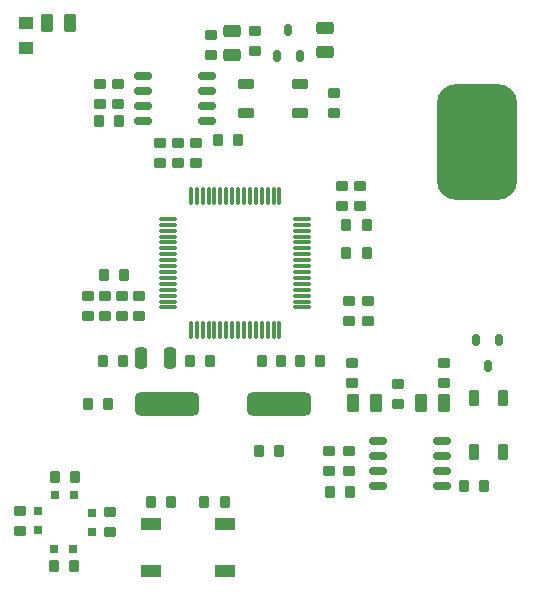
<source format=gtp>
G04*
G04 #@! TF.GenerationSoftware,Altium Limited,Altium Designer,20.2.5 (213)*
G04*
G04 Layer_Color=8421504*
%FSLAX25Y25*%
%MOIN*%
G70*
G04*
G04 #@! TF.SameCoordinates,36CD812C-5D22-435A-9ACA-62E3915E2B62*
G04*
G04*
G04 #@! TF.FilePolarity,Positive*
G04*
G01*
G75*
G04:AMPARAMS|DCode=15|XSize=39.37mil|YSize=35.43mil|CornerRadius=8.86mil|HoleSize=0mil|Usage=FLASHONLY|Rotation=90.000|XOffset=0mil|YOffset=0mil|HoleType=Round|Shape=RoundedRectangle|*
%AMROUNDEDRECTD15*
21,1,0.03937,0.01772,0,0,90.0*
21,1,0.02165,0.03543,0,0,90.0*
1,1,0.01772,0.00886,0.01083*
1,1,0.01772,0.00886,-0.01083*
1,1,0.01772,-0.00886,-0.01083*
1,1,0.01772,-0.00886,0.01083*
%
%ADD15ROUNDEDRECTD15*%
G04:AMPARAMS|DCode=16|XSize=57.87mil|YSize=11.02mil|CornerRadius=1.38mil|HoleSize=0mil|Usage=FLASHONLY|Rotation=180.000|XOffset=0mil|YOffset=0mil|HoleType=Round|Shape=RoundedRectangle|*
%AMROUNDEDRECTD16*
21,1,0.05787,0.00827,0,0,180.0*
21,1,0.05512,0.01102,0,0,180.0*
1,1,0.00276,-0.02756,0.00413*
1,1,0.00276,0.02756,0.00413*
1,1,0.00276,0.02756,-0.00413*
1,1,0.00276,-0.02756,-0.00413*
%
%ADD16ROUNDEDRECTD16*%
G04:AMPARAMS|DCode=17|XSize=57.87mil|YSize=11.02mil|CornerRadius=1.38mil|HoleSize=0mil|Usage=FLASHONLY|Rotation=90.000|XOffset=0mil|YOffset=0mil|HoleType=Round|Shape=RoundedRectangle|*
%AMROUNDEDRECTD17*
21,1,0.05787,0.00827,0,0,90.0*
21,1,0.05512,0.01102,0,0,90.0*
1,1,0.00276,0.00413,0.02756*
1,1,0.00276,0.00413,-0.02756*
1,1,0.00276,-0.00413,-0.02756*
1,1,0.00276,-0.00413,0.02756*
%
%ADD17ROUNDEDRECTD17*%
G04:AMPARAMS|DCode=18|XSize=60.04mil|YSize=25.59mil|CornerRadius=6.4mil|HoleSize=0mil|Usage=FLASHONLY|Rotation=0.000|XOffset=0mil|YOffset=0mil|HoleType=Round|Shape=RoundedRectangle|*
%AMROUNDEDRECTD18*
21,1,0.06004,0.01280,0,0,0.0*
21,1,0.04724,0.02559,0,0,0.0*
1,1,0.01280,0.02362,-0.00640*
1,1,0.01280,-0.02362,-0.00640*
1,1,0.01280,-0.02362,0.00640*
1,1,0.01280,0.02362,0.00640*
%
%ADD18ROUNDEDRECTD18*%
G04:AMPARAMS|DCode=19|XSize=41.34mil|YSize=23.62mil|CornerRadius=5.91mil|HoleSize=0mil|Usage=FLASHONLY|Rotation=270.000|XOffset=0mil|YOffset=0mil|HoleType=Round|Shape=RoundedRectangle|*
%AMROUNDEDRECTD19*
21,1,0.04134,0.01181,0,0,270.0*
21,1,0.02953,0.02362,0,0,270.0*
1,1,0.01181,-0.00591,-0.01476*
1,1,0.01181,-0.00591,0.01476*
1,1,0.01181,0.00591,0.01476*
1,1,0.01181,0.00591,-0.01476*
%
%ADD19ROUNDEDRECTD19*%
G04:AMPARAMS|DCode=20|XSize=59.84mil|YSize=43.31mil|CornerRadius=10.83mil|HoleSize=0mil|Usage=FLASHONLY|Rotation=90.000|XOffset=0mil|YOffset=0mil|HoleType=Round|Shape=RoundedRectangle|*
%AMROUNDEDRECTD20*
21,1,0.05984,0.02165,0,0,90.0*
21,1,0.03819,0.04331,0,0,90.0*
1,1,0.02165,0.01083,0.01909*
1,1,0.02165,0.01083,-0.01909*
1,1,0.02165,-0.01083,-0.01909*
1,1,0.02165,-0.01083,0.01909*
%
%ADD20ROUNDEDRECTD20*%
G04:AMPARAMS|DCode=21|XSize=39.37mil|YSize=35.43mil|CornerRadius=8.86mil|HoleSize=0mil|Usage=FLASHONLY|Rotation=180.000|XOffset=0mil|YOffset=0mil|HoleType=Round|Shape=RoundedRectangle|*
%AMROUNDEDRECTD21*
21,1,0.03937,0.01772,0,0,180.0*
21,1,0.02165,0.03543,0,0,180.0*
1,1,0.01772,-0.01083,0.00886*
1,1,0.01772,0.01083,0.00886*
1,1,0.01772,0.01083,-0.00886*
1,1,0.01772,-0.01083,-0.00886*
%
%ADD21ROUNDEDRECTD21*%
G04:AMPARAMS|DCode=22|XSize=53.15mil|YSize=35.43mil|CornerRadius=8.86mil|HoleSize=0mil|Usage=FLASHONLY|Rotation=90.000|XOffset=0mil|YOffset=0mil|HoleType=Round|Shape=RoundedRectangle|*
%AMROUNDEDRECTD22*
21,1,0.05315,0.01772,0,0,90.0*
21,1,0.03543,0.03543,0,0,90.0*
1,1,0.01772,0.00886,0.01772*
1,1,0.01772,0.00886,-0.01772*
1,1,0.01772,-0.00886,-0.01772*
1,1,0.01772,-0.00886,0.01772*
%
%ADD22ROUNDEDRECTD22*%
G04:AMPARAMS|DCode=23|XSize=59.84mil|YSize=43.31mil|CornerRadius=10.83mil|HoleSize=0mil|Usage=FLASHONLY|Rotation=180.000|XOffset=0mil|YOffset=0mil|HoleType=Round|Shape=RoundedRectangle|*
%AMROUNDEDRECTD23*
21,1,0.05984,0.02165,0,0,180.0*
21,1,0.03819,0.04331,0,0,180.0*
1,1,0.02165,-0.01909,0.01083*
1,1,0.02165,0.01909,0.01083*
1,1,0.02165,0.01909,-0.01083*
1,1,0.02165,-0.01909,-0.01083*
%
%ADD23ROUNDEDRECTD23*%
G04:AMPARAMS|DCode=24|XSize=53.15mil|YSize=35.43mil|CornerRadius=8.86mil|HoleSize=0mil|Usage=FLASHONLY|Rotation=0.000|XOffset=0mil|YOffset=0mil|HoleType=Round|Shape=RoundedRectangle|*
%AMROUNDEDRECTD24*
21,1,0.05315,0.01772,0,0,0.0*
21,1,0.03543,0.03543,0,0,0.0*
1,1,0.01772,0.01772,-0.00886*
1,1,0.01772,-0.01772,-0.00886*
1,1,0.01772,-0.01772,0.00886*
1,1,0.01772,0.01772,0.00886*
%
%ADD24ROUNDEDRECTD24*%
%ADD25R,0.05118X0.04331*%
%ADD26R,0.07087X0.04331*%
%ADD27R,0.03150X0.03150*%
G04:AMPARAMS|DCode=28|XSize=385.7mil|YSize=267.59mil|CornerRadius=64.9mil|HoleSize=0mil|Usage=FLASHONLY|Rotation=270.000|XOffset=0mil|YOffset=0mil|HoleType=Round|Shape=RoundedRectangle|*
%AMROUNDEDRECTD28*
21,1,0.38570,0.13780,0,0,270.0*
21,1,0.25591,0.26759,0,0,270.0*
1,1,0.12980,-0.06890,-0.12795*
1,1,0.12980,-0.06890,0.12795*
1,1,0.12980,0.06890,0.12795*
1,1,0.12980,0.06890,-0.12795*
%
%ADD28ROUNDEDRECTD28*%
%ADD29R,0.03150X0.03150*%
G04:AMPARAMS|DCode=30|XSize=70.87mil|YSize=39.37mil|CornerRadius=9.84mil|HoleSize=0mil|Usage=FLASHONLY|Rotation=270.000|XOffset=0mil|YOffset=0mil|HoleType=Round|Shape=RoundedRectangle|*
%AMROUNDEDRECTD30*
21,1,0.07087,0.01968,0,0,270.0*
21,1,0.05118,0.03937,0,0,270.0*
1,1,0.01968,-0.00984,-0.02559*
1,1,0.01968,-0.00984,0.02559*
1,1,0.01968,0.00984,0.02559*
1,1,0.01968,0.00984,-0.02559*
%
%ADD30ROUNDEDRECTD30*%
G04:AMPARAMS|DCode=31|XSize=216.54mil|YSize=78.74mil|CornerRadius=19.68mil|HoleSize=0mil|Usage=FLASHONLY|Rotation=180.000|XOffset=0mil|YOffset=0mil|HoleType=Round|Shape=RoundedRectangle|*
%AMROUNDEDRECTD31*
21,1,0.21654,0.03937,0,0,180.0*
21,1,0.17717,0.07874,0,0,180.0*
1,1,0.03937,-0.08858,0.01968*
1,1,0.03937,0.08858,0.01968*
1,1,0.03937,0.08858,-0.01968*
1,1,0.03937,-0.08858,-0.01968*
%
%ADD31ROUNDEDRECTD31*%
D15*
X55020Y37008D02*
D03*
X48327D02*
D03*
X64468Y104232D02*
D03*
X71161D02*
D03*
X123425Y75758D02*
D03*
X117126D02*
D03*
X152067Y121063D02*
D03*
X145374D02*
D03*
X70876Y75758D02*
D03*
X64183D02*
D03*
X93120D02*
D03*
X99813D02*
D03*
X191142Y34055D02*
D03*
X184449D02*
D03*
X139813Y31919D02*
D03*
X146506D02*
D03*
X109213Y149311D02*
D03*
X102520D02*
D03*
X62894Y155512D02*
D03*
X69587D02*
D03*
X47933Y7382D02*
D03*
X54626D02*
D03*
X129945Y75758D02*
D03*
X136638D02*
D03*
X116269Y45790D02*
D03*
X122962D02*
D03*
X104724Y28543D02*
D03*
X98032D02*
D03*
X87008D02*
D03*
X80315D02*
D03*
X145374Y111516D02*
D03*
X152067D02*
D03*
X59065Y61270D02*
D03*
X65758D02*
D03*
D16*
X130591Y93504D02*
D03*
Y95472D02*
D03*
Y97441D02*
D03*
Y99410D02*
D03*
Y101378D02*
D03*
Y103347D02*
D03*
Y105315D02*
D03*
Y107283D02*
D03*
Y109252D02*
D03*
Y111221D02*
D03*
Y113189D02*
D03*
Y115157D02*
D03*
Y117126D02*
D03*
Y119095D02*
D03*
Y121063D02*
D03*
Y123031D02*
D03*
X85945D02*
D03*
Y121063D02*
D03*
Y119095D02*
D03*
Y117126D02*
D03*
Y115157D02*
D03*
Y113189D02*
D03*
Y111221D02*
D03*
Y109252D02*
D03*
Y107283D02*
D03*
Y105315D02*
D03*
Y103347D02*
D03*
Y101378D02*
D03*
Y99410D02*
D03*
Y97441D02*
D03*
Y95472D02*
D03*
Y93504D02*
D03*
D17*
X93504Y85945D02*
D03*
X95472D02*
D03*
X97441D02*
D03*
X99410D02*
D03*
X101378D02*
D03*
X103347D02*
D03*
X105315D02*
D03*
X107283D02*
D03*
X109252D02*
D03*
X111221D02*
D03*
X113189D02*
D03*
X115157D02*
D03*
X117126D02*
D03*
X119095D02*
D03*
X121063D02*
D03*
X123031D02*
D03*
Y130591D02*
D03*
X121063D02*
D03*
X119095D02*
D03*
X117126D02*
D03*
X115157D02*
D03*
X113189D02*
D03*
X111221D02*
D03*
X109252D02*
D03*
X107283D02*
D03*
X105315D02*
D03*
X103347D02*
D03*
X101378D02*
D03*
X99410D02*
D03*
X97441D02*
D03*
X95472D02*
D03*
X93504D02*
D03*
D18*
X77512Y170591D02*
D03*
Y165591D02*
D03*
Y160591D02*
D03*
Y155591D02*
D03*
X98866D02*
D03*
Y160591D02*
D03*
Y165591D02*
D03*
Y170591D02*
D03*
X177191Y49065D02*
D03*
Y44065D02*
D03*
Y39065D02*
D03*
Y34065D02*
D03*
X155837D02*
D03*
Y39065D02*
D03*
Y44065D02*
D03*
Y49065D02*
D03*
D19*
X196161Y82579D02*
D03*
X188681D02*
D03*
X192421Y73917D02*
D03*
X122244Y177362D02*
D03*
X129724D02*
D03*
X125984Y186024D02*
D03*
D20*
X177943Y61644D02*
D03*
X170069D02*
D03*
X147402Y61496D02*
D03*
X155276D02*
D03*
X53347Y188287D02*
D03*
X45472D02*
D03*
D21*
X162549Y67943D02*
D03*
Y61250D02*
D03*
X146221Y39065D02*
D03*
Y45758D02*
D03*
X139626Y39065D02*
D03*
Y45758D02*
D03*
X100197Y177756D02*
D03*
Y184449D02*
D03*
X141339Y165059D02*
D03*
Y158366D02*
D03*
X114764Y185728D02*
D03*
Y179035D02*
D03*
X63287Y161152D02*
D03*
Y167845D02*
D03*
X69291Y161152D02*
D03*
Y167845D02*
D03*
X36417Y19094D02*
D03*
Y25787D02*
D03*
X66535Y18602D02*
D03*
Y25295D02*
D03*
X149902Y127244D02*
D03*
Y133937D02*
D03*
X143799Y127244D02*
D03*
Y133937D02*
D03*
X146358Y95607D02*
D03*
Y88914D02*
D03*
X152657Y95607D02*
D03*
Y88914D02*
D03*
X76378Y90650D02*
D03*
Y97342D02*
D03*
X70571Y90650D02*
D03*
Y97342D02*
D03*
X64826Y90650D02*
D03*
Y97342D02*
D03*
X59055Y90650D02*
D03*
Y97342D02*
D03*
X89272Y141732D02*
D03*
Y148425D02*
D03*
X83071Y141732D02*
D03*
Y148425D02*
D03*
X95374Y141732D02*
D03*
Y148425D02*
D03*
X177845Y68356D02*
D03*
Y75049D02*
D03*
X147352Y68435D02*
D03*
Y75128D02*
D03*
D22*
X187854Y45445D02*
D03*
X197697D02*
D03*
Y63358D02*
D03*
X187854D02*
D03*
D23*
X138189Y186516D02*
D03*
Y178642D02*
D03*
X107283Y185630D02*
D03*
Y177756D02*
D03*
D24*
X111961Y168110D02*
D03*
Y158268D02*
D03*
X129874D02*
D03*
Y168110D02*
D03*
D25*
X38386Y188189D02*
D03*
Y179921D02*
D03*
D26*
X80315Y21260D02*
D03*
X104724D02*
D03*
X80216Y5512D02*
D03*
X104724D02*
D03*
D27*
X48327Y31102D02*
D03*
X54626D02*
D03*
X48031Y12992D02*
D03*
X54331D02*
D03*
D28*
X188779Y148524D02*
D03*
D29*
X60433Y18602D02*
D03*
Y24902D02*
D03*
X42421Y25591D02*
D03*
Y19291D02*
D03*
D30*
X76811Y76653D02*
D03*
X86654D02*
D03*
D31*
X85640Y61270D02*
D03*
X123041D02*
D03*
M02*

</source>
